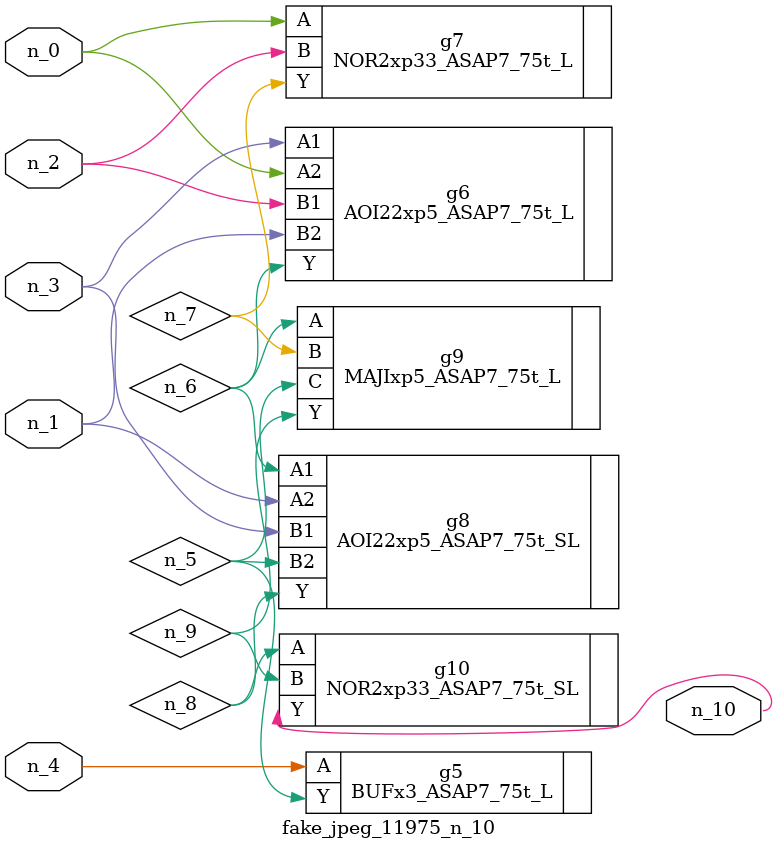
<source format=v>
module fake_jpeg_11975_n_10 (n_3, n_2, n_1, n_0, n_4, n_10);

input n_3;
input n_2;
input n_1;
input n_0;
input n_4;

output n_10;

wire n_8;
wire n_9;
wire n_6;
wire n_5;
wire n_7;

BUFx3_ASAP7_75t_L g5 ( 
.A(n_4),
.Y(n_5)
);

AOI22xp5_ASAP7_75t_L g6 ( 
.A1(n_3),
.A2(n_0),
.B1(n_2),
.B2(n_1),
.Y(n_6)
);

NOR2xp33_ASAP7_75t_L g7 ( 
.A(n_0),
.B(n_2),
.Y(n_7)
);

AOI22xp5_ASAP7_75t_SL g8 ( 
.A1(n_6),
.A2(n_1),
.B1(n_3),
.B2(n_5),
.Y(n_8)
);

NOR2xp33_ASAP7_75t_SL g10 ( 
.A(n_8),
.B(n_9),
.Y(n_10)
);

MAJIxp5_ASAP7_75t_L g9 ( 
.A(n_6),
.B(n_7),
.C(n_5),
.Y(n_9)
);


endmodule
</source>
